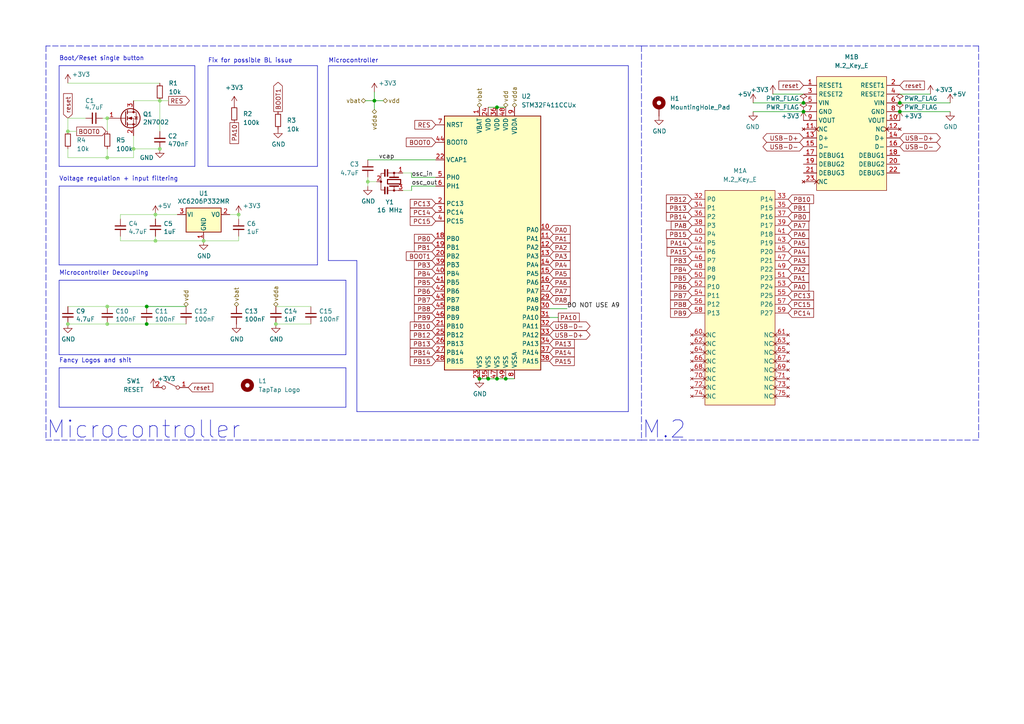
<source format=kicad_sch>
(kicad_sch (version 20211123) (generator eeschema)
  (paper "A4")
  (lib_symbols
    (symbol "Device:C_Small" (pin_numbers hide) (pin_names (offset 0.254) hide)
      (property "Reference" "C" (at 0.254 1.778 0))
      (property "Value" "C_Small" (at 0.254 -2.032 0))
      (symbol "C_Small_0_1"
        (polyline (pts (xy -1.524 -0.508) (xy 1.524 -0.508)) (stroke (width 0.3302)))
        (polyline (pts (xy -1.524 0.508) (xy 1.524 0.508)) (stroke (width 0.3048)))
      )
      (symbol "C_Small_1_1"
        (pin passive line (at 0 2.54 270) (length 2.032) (name "~") (number "1"))
        (pin passive line (at 0 -2.54 90) (length 2.032) (name "~") (number "2"))
      )
    )
    (symbol "Device:R_Small" (pin_numbers hide) (pin_names (offset 0.254) hide)
      (property "Reference" "R" (at 0.762 0.508 0))
      (property "Value" "R_Small" (at 0.762 -1.016 0))
      (symbol "R_Small_0_1"
        (rectangle (start -0.762 1.778) (end 0.762 -1.778) (stroke (width 0.2032)))
      )
      (symbol "R_Small_1_1"
        (pin passive line (at 0 2.54 270) (length 0.762) (name "~") (number "1"))
        (pin passive line (at 0 -2.54 90) (length 0.762) (name "~") (number "2"))
      )
    )
    (symbol "Device:Resonator_Small" (pin_names (offset 1.016) hide)
      (property "Reference" "Y" (at 3.175 1.905 0))
      (property "Value" "Resonator_Small" (at 3.175 0 0))
      (symbol "Resonator_Small_0_1"
        (rectangle (start -3.556 -2.54) (end -1.524 -2.794) (fill (type outline)))
        (rectangle (start -3.556 -1.778) (end -1.524 -2.032) (fill (type outline)))
        (circle (center -2.54 0) (radius 0.254) (fill (type outline)))
        (rectangle (start -0.635 1.905) (end 0.635 -1.905) (stroke (width 0.3048)))
        (circle (center 0 -3.81) (radius 0.254) (fill (type outline)))
        (polyline (pts (xy -2.54 -1.778) (xy -2.54 0)))
        (polyline (pts (xy -2.54 0) (xy -1.397 0)))
        (polyline (pts (xy -2.54 1.27) (xy -2.54 0)))
        (polyline (pts (xy -1.27 -1.27) (xy -1.27 1.27)) (stroke (width 0.381)))
        (polyline (pts (xy 1.27 -1.27) (xy 1.27 1.27)) (stroke (width 0.381)))
        (polyline (pts (xy 1.27 0) (xy 2.54 0)))
        (polyline (pts (xy 2.54 0) (xy 2.54 -1.778)))
        (polyline (pts (xy 2.54 1.27) (xy 2.54 0)))
        (polyline (pts (xy 2.413 -2.794) (xy 2.413 -3.81) (xy -2.413 -3.81) (xy -2.413 -2.667)))
        (rectangle (start 1.524 -2.54) (end 3.556 -2.794) (fill (type outline)))
        (rectangle (start 1.524 -1.778) (end 3.556 -2.032) (fill (type outline)))
        (circle (center 2.54 0) (radius 0.254) (fill (type outline)))
      )
      (symbol "Resonator_Small_1_1"
        (pin passive line (at -2.54 2.54 270) (length 1.27) (name "1") (number "1"))
        (pin passive line (at 0 -5.08 90) (length 1.27) (name "2") (number "2"))
        (pin passive line (at 2.54 2.54 270) (length 1.27) (name "3") (number "3"))
      )
    )
    (symbol "M.2_Key_E_1"
      (property "Reference" "M?" (at 0 5.08 0))
      (property "Value" "M.2_Key_E_1" (at 0 2.54 0))
      (symbol "M.2_Key_E_1_1_1"
        (rectangle (start -10.16 0) (end 10.16 -62.23) (stroke (width 0.1524)) (fill (type background)))
        (pin bidirectional line (at -13.97 -2.54 0) (length 3.81) (name "P0") (number "32"))
        (pin bidirectional line (at 13.97 -2.54 180) (length 3.81) (name "P14") (number "33"))
        (pin bidirectional line (at -13.97 -5.08 0) (length 3.81) (name "P1") (number "34"))
        (pin bidirectional line (at 13.97 -5.08 180) (length 3.81) (name "P15") (number "35"))
        (pin bidirectional line (at -13.97 -7.62 0) (length 3.81) (name "P2") (number "36"))
        (pin bidirectional line (at 13.97 -7.62 180) (length 3.81) (name "P16") (number "37"))
        (pin bidirectional line (at -13.97 -10.16 0) (length 3.81) (name "P3") (number "38"))
        (pin bidirectional line (at 13.97 -10.16 180) (length 3.81) (name "P17") (number "39"))
        (pin bidirectional line (at -13.97 -12.7 0) (length 3.81) (name "P4") (number "40"))
        (pin bidirectional line (at 13.97 -12.7 180) (length 3.81) (name "P18") (number "41"))
        (pin bidirectional line (at -13.97 -15.24 0) (length 3.81) (name "P5") (number "42"))
        (pin bidirectional line (at 13.97 -15.24 180) (length 3.81) (name "P19") (number "43"))
        (pin bidirectional line (at -13.97 -17.78 0) (length 3.81) (name "P6") (number "44"))
        (pin bidirectional line (at 13.97 -17.78 180) (length 3.81) (name "P20") (number "45"))
        (pin bidirectional line (at -13.97 -20.32 0) (length 3.81) (name "P7") (number "46"))
        (pin bidirectional line (at 13.97 -20.32 180) (length 3.81) (name "P21") (number "47"))
        (pin bidirectional line (at -13.97 -22.86 0) (length 3.81) (name "P8") (number "48"))
        (pin bidirectional line (at 13.97 -22.86 180) (length 3.81) (name "P22") (number "49"))
        (pin bidirectional line (at -13.97 -25.4 0) (length 3.81) (name "P9") (number "50"))
        (pin bidirectional line (at 13.97 -25.4 180) (length 3.81) (name "P23") (number "51"))
        (pin bidirectional line (at -13.97 -27.94 0) (length 3.81) (name "P10") (number "52"))
        (pin bidirectional line (at 13.97 -27.94 180) (length 3.81) (name "P24") (number "53"))
        (pin bidirectional line (at -13.97 -30.48 0) (length 3.81) (name "P11") (number "54"))
        (pin bidirectional line (at 13.97 -30.48 180) (length 3.81) (name "P25") (number "55"))
        (pin bidirectional line (at -13.97 -33.02 0) (length 3.81) (name "P12") (number "56"))
        (pin bidirectional line (at 13.97 -33.02 180) (length 3.81) (name "P26") (number "57"))
        (pin bidirectional line (at -13.97 -35.56 0) (length 3.81) (name "P13") (number "58"))
        (pin bidirectional line (at 13.97 -35.56 180) (length 3.81) (name "P27") (number "59"))
        (pin no_connect non_logic (at -13.97 -41.91 0) (length 3.81) (name "NC") (number "60"))
        (pin no_connect non_logic (at 13.97 -41.91 180) (length 3.81) (name "NC") (number "61"))
        (pin no_connect non_logic (at -13.97 -44.45 0) (length 3.81) (name "NC") (number "62"))
        (pin no_connect non_logic (at 13.97 -44.45 180) (length 3.81) (name "NC") (number "63"))
        (pin no_connect non_logic (at -13.97 -46.99 0) (length 3.81) (name "NC") (number "64"))
        (pin no_connect non_logic (at 13.97 -46.99 180) (length 3.81) (name "NC") (number "65"))
        (pin no_connect non_logic (at -13.97 -49.53 0) (length 3.81) (name "NC") (number "66"))
        (pin no_connect non_logic (at 13.97 -49.53 180) (length 3.81) (name "NC") (number "67"))
        (pin no_connect non_logic (at -13.97 -52.07 0) (length 3.81) (name "NC") (number "68"))
        (pin no_connect non_logic (at 13.97 -52.07 180) (length 3.81) (name "NC") (number "69"))
        (pin no_connect non_logic (at -13.97 -54.61 0) (length 3.81) (name "NC") (number "70"))
        (pin no_connect non_logic (at 13.97 -54.61 180) (length 3.81) (name "NC") (number "71"))
        (pin no_connect non_logic (at -13.97 -57.15 0) (length 3.81) (name "NC") (number "72"))
        (pin no_connect non_logic (at 13.97 -57.15 180) (length 3.81) (name "NC") (number "73"))
        (pin no_connect non_logic (at -13.97 -59.69 0) (length 3.81) (name "NC") (number "74"))
        (pin no_connect non_logic (at 13.97 -59.69 180) (length 3.81) (name "NC") (number "75"))
      )
      (symbol "M.2_Key_E_1_2_1"
        (rectangle (start -10.16 0) (end 10.16 -33.02) (stroke (width 0.1524)) (fill (type background)))
        (pin input line (at -13.97 -2.54 0) (length 3.81) (name "RESET1") (number "1"))
        (pin power_out line (at 13.97 -12.7 180) (length 3.81) (name "VOUT") (number "10"))
        (pin no_connect non_logic (at -13.97 -15.24 0) (length 3.81) (name "NC") (number "11"))
        (pin no_connect non_logic (at 13.97 -15.24 180) (length 3.81) (name "NC") (number "12"))
        (pin bidirectional line (at -13.97 -17.78 0) (length 3.81) (name "D+") (number "13"))
        (pin bidirectional line (at 13.97 -17.78 180) (length 3.81) (name "D+") (number "14"))
        (pin bidirectional line (at -13.97 -20.32 0) (length 3.81) (name "D-") (number "15"))
        (pin bidirectional line (at 13.97 -20.32 180) (length 3.81) (name "D-") (number "16"))
        (pin bidirectional line (at -13.97 -22.86 0) (length 3.81) (name "DEBUG1") (number "17"))
        (pin bidirectional line (at 13.97 -22.86 180) (length 3.81) (name "DEBUG1") (number "18"))
        (pin bidirectional line (at -13.97 -25.4 0) (length 3.81) (name "DEBUG2") (number "19"))
        (pin input line (at 13.97 -2.54 180) (length 3.81) (name "RESET1") (number "2"))
        (pin bidirectional line (at 13.97 -25.4 180) (length 3.81) (name "DEBUG2") (number "20"))
        (pin bidirectional line (at -13.97 -27.94 0) (length 3.81) (name "DEBUG3") (number "21"))
        (pin bidirectional line (at 13.97 -27.94 180) (length 3.81) (name "DEBUG3") (number "22"))
        (pin no_connect non_logic (at -13.97 -30.48 0) (length 3.81) (name "NC") (number "23"))
        (pin no_connect non_logic (at 13.97 -30.48 180) (length 3.81) (name "NC") (number "24"))
        (pin output line (at -13.97 -5.08 0) (length 3.81) (name "RESET2") (number "3"))
        (pin output line (at 13.97 -5.08 180) (length 3.81) (name "RESET2") (number "4"))
        (pin power_in line (at -13.97 -7.62 0) (length 3.81) (name "VIN") (number "5"))
        (pin power_in line (at 13.97 -7.62 180) (length 3.81) (name "VIN") (number "6"))
        (pin power_in line (at -13.97 -10.16 0) (length 3.81) (name "GND") (number "7"))
        (pin power_in line (at 13.97 -10.16 180) (length 3.81) (name "GND") (number "8"))
        (pin power_out line (at -13.97 -12.7 0) (length 3.81) (name "VOUT") (number "9"))
      )
    )
    (symbol "MCU_ST_STM32F4:STM32F411CCUx"
      (property "Reference" "U" (at -15.24 36.83 0))
      (property "Value" "STM32F411CCUx" (at 7.62 36.83 0))
      (symbol "STM32F411CCUx_0_1"
        (rectangle (start -15.24 -38.1) (end 12.7 35.56) (stroke (width 0.254)) (fill (type background)))
      )
      (symbol "STM32F411CCUx_1_1"
        (pin power_in line (at -5.08 38.1 270) (length 2.54) (name "VBAT") (number "1"))
        (pin bidirectional line (at 15.24 2.54 180) (length 2.54) (name "PA0") (number "10"))
        (pin bidirectional line (at 15.24 0 180) (length 2.54) (name "PA1") (number "11"))
        (pin bidirectional line (at 15.24 -2.54 180) (length 2.54) (name "PA2") (number "12"))
        (pin bidirectional line (at 15.24 -5.08 180) (length 2.54) (name "PA3") (number "13"))
        (pin bidirectional line (at 15.24 -7.62 180) (length 2.54) (name "PA4") (number "14"))
        (pin bidirectional line (at 15.24 -10.16 180) (length 2.54) (name "PA5") (number "15"))
        (pin bidirectional line (at 15.24 -12.7 180) (length 2.54) (name "PA6") (number "16"))
        (pin bidirectional line (at 15.24 -15.24 180) (length 2.54) (name "PA7") (number "17"))
        (pin bidirectional line (at -17.78 0 0) (length 2.54) (name "PB0") (number "18"))
        (pin bidirectional line (at -17.78 -2.54 0) (length 2.54) (name "PB1") (number "19"))
        (pin bidirectional line (at -17.78 10.16 0) (length 2.54) (name "PC13") (number "2"))
        (pin bidirectional line (at -17.78 -5.08 0) (length 2.54) (name "PB2") (number "20"))
        (pin bidirectional line (at -17.78 -25.4 0) (length 2.54) (name "PB10") (number "21"))
        (pin power_in line (at -17.78 22.86 0) (length 2.54) (name "VCAP1") (number "22"))
        (pin power_in line (at -5.08 -40.64 90) (length 2.54) (name "VSS") (number "23"))
        (pin power_in line (at -2.54 38.1 270) (length 2.54) (name "VDD") (number "24"))
        (pin bidirectional line (at -17.78 -27.94 0) (length 2.54) (name "PB12") (number "25"))
        (pin bidirectional line (at -17.78 -30.48 0) (length 2.54) (name "PB13") (number "26"))
        (pin bidirectional line (at -17.78 -33.02 0) (length 2.54) (name "PB14") (number "27"))
        (pin bidirectional line (at -17.78 -35.56 0) (length 2.54) (name "PB15") (number "28"))
        (pin bidirectional line (at 15.24 -17.78 180) (length 2.54) (name "PA8") (number "29"))
        (pin bidirectional line (at -17.78 7.62 0) (length 2.54) (name "PC14") (number "3"))
        (pin bidirectional line (at 15.24 -20.32 180) (length 2.54) (name "PA9") (number "30"))
        (pin bidirectional line (at 15.24 -22.86 180) (length 2.54) (name "PA10") (number "31"))
        (pin bidirectional line (at 15.24 -25.4 180) (length 2.54) (name "PA11") (number "32"))
        (pin bidirectional line (at 15.24 -27.94 180) (length 2.54) (name "PA12") (number "33"))
        (pin bidirectional line (at 15.24 -30.48 180) (length 2.54) (name "PA13") (number "34"))
        (pin power_in line (at -2.54 -40.64 90) (length 2.54) (name "VSS") (number "35"))
        (pin power_in line (at 0 38.1 270) (length 2.54) (name "VDD") (number "36"))
        (pin bidirectional line (at 15.24 -33.02 180) (length 2.54) (name "PA14") (number "37"))
        (pin bidirectional line (at 15.24 -35.56 180) (length 2.54) (name "PA15") (number "38"))
        (pin bidirectional line (at -17.78 -7.62 0) (length 2.54) (name "PB3") (number "39"))
        (pin bidirectional line (at -17.78 5.08 0) (length 2.54) (name "PC15") (number "4"))
        (pin bidirectional line (at -17.78 -10.16 0) (length 2.54) (name "PB4") (number "40"))
        (pin bidirectional line (at -17.78 -12.7 0) (length 2.54) (name "PB5") (number "41"))
        (pin bidirectional line (at -17.78 -15.24 0) (length 2.54) (name "PB6") (number "42"))
        (pin bidirectional line (at -17.78 -17.78 0) (length 2.54) (name "PB7") (number "43"))
        (pin input line (at -17.78 27.94 0) (length 2.54) (name "BOOT0") (number "44"))
        (pin bidirectional line (at -17.78 -20.32 0) (length 2.54) (name "PB8") (number "45"))
        (pin bidirectional line (at -17.78 -22.86 0) (length 2.54) (name "PB9") (number "46"))
        (pin power_in line (at 0 -40.64 90) (length 2.54) (name "VSS") (number "47"))
        (pin power_in line (at 2.54 38.1 270) (length 2.54) (name "VDD") (number "48"))
        (pin power_in line (at 2.54 -40.64 90) (length 2.54) (name "VSS") (number "49"))
        (pin input line (at -17.78 17.78 0) (length 2.54) (name "PH0") (number "5"))
        (pin input line (at -17.78 15.24 0) (length 2.54) (name "PH1") (number "6"))
        (pin input line (at -17.78 33.02 0) (length 2.54) (name "NRST") (number "7"))
        (pin power_in line (at 5.08 -40.64 90) (length 2.54) (name "VSSA") (number "8"))
        (pin power_in line (at 5.08 38.1 270) (length 2.54) (name "VDDA") (number "9"))
      )
    )
    (symbol "Mechanical:MountingHole" (pin_names (offset 1.016))
      (property "Reference" "H" (at 0 5.08 0))
      (property "Value" "MountingHole" (at 0 3.175 0))
      (symbol "MountingHole_0_1"
        (circle (center 0 0) (radius 1.27) (stroke (width 1.27)))
      )
    )
    (symbol "Mechanical:MountingHole_Pad" (pin_numbers hide) (pin_names (offset 1.016) hide)
      (property "Reference" "H" (at 0 6.35 0))
      (property "Value" "MountingHole_Pad" (at 0 4.445 0))
      (symbol "MountingHole_Pad_0_1"
        (circle (center 0 1.27) (radius 1.27) (stroke (width 1.27)))
      )
      (symbol "MountingHole_Pad_1_1"
        (pin input line (at 0 -2.54 90) (length 2.54) (name "1") (number "1"))
      )
    )
    (symbol "Power:GND" (power) (pin_names (offset 0))
      (property "Value" "GND" (at 0 -3.81 0))
      (symbol "GND_0_1"
        (polyline (pts (xy 0 0) (xy 0 -1.27) (xy 1.27 -1.27) (xy 0 -2.54) (xy -1.27 -1.27) (xy 0 -1.27)))
      )
      (symbol "GND_1_1"
        (pin power_in line (at 0 0 270) (length 0) hide (name "GND") (number "1"))
      )
    )
    (symbol "Regulator_Linear:XC6206PxxxMR" (pin_names (offset 0.254))
      (property "Reference" "U" (at -3.81 3.175 0))
      (property "Value" "XC6206PxxxMR" (at 0 3.175 0))
      (symbol "XC6206PxxxMR_0_1"
        (rectangle (start -5.08 1.905) (end 5.08 -5.08) (stroke (width 0.254)) (fill (type background)))
      )
      (symbol "XC6206PxxxMR_1_1"
        (pin power_in line (at 0 -7.62 90) (length 2.54) (name "GND") (number "1"))
        (pin power_out line (at 7.62 0 180) (length 2.54) (name "VO") (number "2"))
        (pin power_in line (at -7.62 0 0) (length 2.54) (name "VI") (number "3"))
      )
    )
    (symbol "Switch:SW_SPST" (pin_names (offset 0) hide)
      (property "Reference" "SW" (at 0 3.175 0))
      (property "Value" "SW_SPST" (at 0 -2.54 0))
      (symbol "SW_SPST_0_0"
        (circle (center -2.032 0) (radius 0.508))
        (polyline (pts (xy -1.524 0.254) (xy 1.524 1.778)))
        (circle (center 2.032 0) (radius 0.508))
      )
      (symbol "SW_SPST_1_1"
        (pin passive line (at -5.08 0 0) (length 2.54) (name "A") (number "1"))
        (pin passive line (at 5.08 0 180) (length 2.54) (name "B") (number "2"))
      )
    )
    (symbol "Transistor_FET:2N7002" (pin_names hide)
      (property "Reference" "Q" (at 5.08 1.905 0))
      (property "Value" "2N7002" (at 5.08 0 0))
      (symbol "2N7002_0_1"
        (polyline (pts (xy 0.254 0) (xy -2.54 0)))
        (polyline (pts (xy 0.254 1.905) (xy 0.254 -1.905)) (stroke (width 0.254)))
        (polyline (pts (xy 0.762 -1.27) (xy 0.762 -2.286)) (stroke (width 0.254)))
        (polyline (pts (xy 0.762 0.508) (xy 0.762 -0.508)) (stroke (width 0.254)))
        (polyline (pts (xy 0.762 2.286) (xy 0.762 1.27)) (stroke (width 0.254)))
        (polyline (pts (xy 2.54 2.54) (xy 2.54 1.778)))
        (polyline (pts (xy 2.54 -2.54) (xy 2.54 0) (xy 0.762 0)))
        (polyline (pts (xy 0.762 -1.778) (xy 3.302 -1.778) (xy 3.302 1.778) (xy 0.762 1.778)))
        (polyline (pts (xy 1.016 0) (xy 2.032 0.381) (xy 2.032 -0.381) (xy 1.016 0)) (fill (type outline)))
        (polyline (pts (xy 2.794 0.508) (xy 2.921 0.381) (xy 3.683 0.381) (xy 3.81 0.254)))
        (polyline (pts (xy 3.302 0.381) (xy 2.921 -0.254) (xy 3.683 -0.254) (xy 3.302 0.381)))
        (circle (center 1.651 0) (radius 2.794) (stroke (width 0.254)))
        (circle (center 2.54 -1.778) (radius 0.254) (fill (type outline)))
        (circle (center 2.54 1.778) (radius 0.254) (fill (type outline)))
      )
      (symbol "2N7002_1_1"
        (pin input line (at -5.08 0 0) (length 2.54) (name "G") (number "1"))
        (pin passive line (at 2.54 -5.08 90) (length 2.54) (name "S") (number "2"))
        (pin passive line (at 2.54 5.08 270) (length 2.54) (name "D") (number "3"))
      )
    )
    (symbol "m2ngff:M.2_Key_E"
      (property "Reference" "M?" (at 0 5.08 0))
      (property "Value" "M.2_Key_E" (at 0 2.54 0))
      (symbol "M.2_Key_E_1_1"
        (rectangle (start -10.16 0) (end 10.16 -62.23) (stroke (width 0.1524)) (fill (type background)))
        (pin bidirectional line (at -13.97 -2.54 0) (length 3.81) (name "P0") (number "32"))
        (pin bidirectional line (at 13.97 -2.54 180) (length 3.81) (name "P14") (number "33"))
        (pin bidirectional line (at -13.97 -5.08 0) (length 3.81) (name "P1") (number "34"))
        (pin bidirectional line (at 13.97 -5.08 180) (length 3.81) (name "P15") (number "35"))
        (pin bidirectional line (at -13.97 -7.62 0) (length 3.81) (name "P2") (number "36"))
        (pin bidirectional line (at 13.97 -7.62 180) (length 3.81) (name "P16") (number "37"))
        (pin bidirectional line (at -13.97 -10.16 0) (length 3.81) (name "P3") (number "38"))
        (pin bidirectional line (at 13.97 -10.16 180) (length 3.81) (name "P17") (number "39"))
        (pin bidirectional line (at -13.97 -12.7 0) (length 3.81) (name "P4") (number "40"))
        (pin bidirectional line (at 13.97 -12.7 180) (length 3.81) (name "P18") (number "41"))
        (pin bidirectional line (at -13.97 -15.24 0) (length 3.81) (name "P5") (number "42"))
        (pin bidirectional line (at 13.97 -15.24 180) (length 3.81) (name "P19") (number "43"))
        (pin bidirectional line (at -13.97 -17.78 0) (length 3.81) (name "P6") (number "44"))
        (pin bidirectional line (at 13.97 -17.78 180) (length 3.81) (name "P20") (number "45"))
        (pin bidirectional line (at -13.97 -20.32 0) (length 3.81) (name "P7") (number "46"))
        (pin bidirectional line (at 13.97 -20.32 180) (length 3.81) (name "P21") (number "47"))
        (pin bidirectional line (at -13.97 -22.86 0) (length 3.81) (name "P8") (number "48"))
        (pin bidirectional line (at 13.97 -22.86 180) (length 3.81) (name "P22") (number "49"))
        (pin bidirectional line (at -13.97 -25.4 0) (length 3.81) (name "P9") (number "50"))
        (pin bidirectional line (at 13.97 -25.4 180) (length 3.81) (name "P23") (number "51"))
        (pin bidirectional line (at -13.97 -27.94 0) (length 3.81) (name "P10") (number "52"))
        (pin bidirectional line (at 13.97 -27.94 180) (length 3.81) (name "P24") (number "53"))
        (pin bidirectional line (at -13.97 -30.48 0) (length 3.81) (name "P11") (number "54"))
        (pin bidirectional line (at 13.97 -30.48 180) (length 3.81) (name "P25") (number "55"))
        (pin bidirectional line (at -13.97 -33.02 0) (length 3.81) (name "P12") (number "56"))
        (pin bidirectional line (at 13.97 -33.02 180) (length 3.81) (name "P26") (number "57"))
        (pin bidirectional line (at -13.97 -35.56 0) (length 3.81) (name "P13") (number "58"))
        (pin bidirectional line (at 13.97 -35.56 180) (length 3.81) (name "P27") (number "59"))
        (pin no_connect non_logic (at -13.97 -41.91 0) (length 3.81) (name "NC") (number "60"))
        (pin no_connect non_logic (at 13.97 -41.91 180) (length 3.81) (name "NC") (number "61"))
        (pin no_connect non_logic (at -13.97 -44.45 0) (length 3.81) (name "NC") (number "62"))
        (pin no_connect non_logic (at 13.97 -44.45 180) (length 3.81) (name "NC") (number "63"))
        (pin no_connect non_logic (at -13.97 -46.99 0) (length 3.81) (name "NC") (number "64"))
        (pin no_connect non_logic (at 13.97 -46.99 180) (length 3.81) (name "NC") (number "65"))
        (pin no_connect non_logic (at -13.97 -49.53 0) (length 3.81) (name "NC") (number "66"))
        (pin no_connect non_logic (at 13.97 -49.53 180) (length 3.81) (name "NC") (number "67"))
        (pin no_connect non_logic (at -13.97 -52.07 0) (length 3.81) (name "NC") (number "68"))
        (pin no_connect non_logic (at 13.97 -52.07 180) (length 3.81) (name "NC") (number "69"))
        (pin no_connect non_logic (at -13.97 -54.61 0) (length 3.81) (name "NC") (number "70"))
        (pin no_connect non_logic (at 13.97 -54.61 180) (length 3.81) (name "NC") (number "71"))
        (pin no_connect non_logic (at -13.97 -57.15 0) (length 3.81) (name "NC") (number "72"))
        (pin no_connect non_logic (at 13.97 -57.15 180) (length 3.81) (name "NC") (number "73"))
        (pin no_connect non_logic (at -13.97 -59.69 0) (length 3.81) (name "NC") (number "74"))
        (pin no_connect non_logic (at 13.97 -59.69 180) (length 3.81) (name "NC") (number "75"))
      )
      (symbol "M.2_Key_E_2_1"
        (rectangle (start -10.16 0) (end 10.16 -33.02) (stroke (width 0.1524)) (fill (type background)))
        (pin input line (at -13.97 -2.54 0) (length 3.81) (name "RESET1") (number "1"))
        (pin power_out line (at 13.97 -12.7 180) (length 3.81) (name "VOUT") (number "10"))
        (pin no_connect non_logic (at -13.97 -15.24 0) (length 3.81) (name "NC") (number "11"))
        (pin no_connect non_logic (at 13.97 -15.24 180) (length 3.81) (name "NC") (number "12"))
        (pin bidirectional line (at -13.97 -17.78 0) (length 3.81) (name "D+") (number "13"))
        (pin bidirectional line (at 13.97 -17.78 180) (length 3.81) (name "D+") (number "14"))
        (pin bidirectional line (at -13.97 -20.32 0) (length 3.81) (name "D-") (number "15"))
        (pin bidirectional line (at 13.97 -20.32 180) (length 3.81) (name "D-") (number "16"))
        (pin bidirectional line (at -13.97 -22.86 0) (length 3.81) (name "DEBUG1") (number "17"))
        (pin bidirectional line (at 13.97 -22.86 180) (length 3.81) (name "DEBUG1") (number "18"))
        (pin bidirectional line (at -13.97 -25.4 0) (length 3.81) (name "DEBUG2") (number "19"))
        (pin input line (at 13.97 -2.54 180) (length 3.81) (name "RESET1") (number "2"))
        (pin bidirectional line (at 13.97 -25.4 180) (length 3.81) (name "DEBUG2") (number "20"))
        (pin bidirectional line (at -13.97 -27.94 0) (length 3.81) (name "DEBUG3") (number "21"))
        (pin bidirectional line (at 13.97 -27.94 180) (length 3.81) (name "DEBUG3") (number "22"))
        (pin no_connect non_logic (at -13.97 -30.48 0) (length 3.81) (name "NC") (number "23"))
        (pin output line (at -13.97 -5.08 0) (length 3.81) (name "RESET2") (number "3"))
        (pin output line (at 13.97 -5.08 180) (length 3.81) (name "RESET2") (number "4"))
        (pin power_in line (at -13.97 -7.62 0) (length 3.81) (name "VIN") (number "5"))
        (pin power_in line (at 13.97 -7.62 180) (length 3.81) (name "VIN") (number "6"))
        (pin power_in line (at -13.97 -10.16 0) (length 3.81) (name "GND") (number "7"))
        (pin power_in line (at 13.97 -10.16 180) (length 3.81) (name "GND") (number "8"))
        (pin power_out line (at -13.97 -12.7 0) (length 3.81) (name "VOUT") (number "9"))
      )
    )
    (symbol "power:+3.3V" (power) (pin_names (offset 0))
      (property "Value" "+3.3V" (at 0 3.556 0))
      (symbol "+3.3V_0_1"
        (polyline (pts (xy -0.762 1.27) (xy 0 2.54)))
        (polyline (pts (xy 0 0) (xy 0 2.54)))
        (polyline (pts (xy 0 2.54) (xy 0.762 1.27)))
      )
      (symbol "+3.3V_1_1"
        (pin power_in line (at 0 0 90) (length 0) hide (name "+3V3") (number "1"))
      )
    )
    (symbol "power:+5V" (power) (pin_names (offset 0))
      (property "Value" "+5V" (at 0 3.556 0))
      (symbol "+5V_0_1"
        (polyline (pts (xy -0.762 1.27) (xy 0 2.54)))
        (polyline (pts (xy 0 0) (xy 0 2.54)))
        (polyline (pts (xy 0 2.54) (xy 0.762 1.27)))
      )
      (symbol "+5V_1_1"
        (pin power_in line (at 0 0 90) (length 0) hide (name "+5V") (number "1"))
      )
    )
    (symbol "power:GND" (power) (pin_names (offset 0))
      (property "Value" "GND" (at 0 -3.81 0))
      (symbol "GND_0_1"
        (polyline (pts (xy 0 0) (xy 0 -1.27) (xy 1.27 -1.27) (xy 0 -2.54) (xy -1.27 -1.27) (xy 0 -1.27)))
      )
      (symbol "GND_1_1"
        (pin power_in line (at 0 0 270) (length 0) hide (name "GND") (number "1"))
      )
    )
    (symbol "power:PWR_FLAG" (power) (pin_numbers hide) (pin_names (offset 0) hide)
      (property "Value" "PWR_FLAG" (at 0 3.81 0))
      (symbol "PWR_FLAG_0_0"
        (pin power_out line (at 0 0 90) (length 0) (name "pwr") (number "1"))
      )
      (symbol "PWR_FLAG_0_1"
        (polyline (pts (xy 0 0) (xy 0 1.27) (xy -1.016 1.905) (xy 0 2.54) (xy 1.016 1.905) (xy 0 1.27)))
      )
    )
  )
  (junction (at 139.065 109.855))
  (junction (at 144.145 109.855))
  (junction (at 38.735 43.18) (diameter 0.9144) (color 141 210 114 1))
  (junction (at 19.685 93.98) (diameter 0.9144) (color 141 210 114 1))
  (junction (at 106.68 52.705) (color 141 210 114 1))
  (junction (at 69.215 62.23) (diameter 0.9144) (color 141 210 114 1))
  (junction (at 260.985 29.845))
  (junction (at 46.355 43.18) (diameter 0.9144) (color 141 210 114 1))
  (junction (at 42.545 93.98))
  (junction (at 45.085 62.23) (diameter 0.9144) (color 141 210 114 1))
  (junction (at 31.115 45.72) (diameter 0.9144) (color 141 210 114 1))
  (junction (at 46.355 29.21) (diameter 0.9144) (color 141 210 114 1))
  (junction (at 59.055 69.85) (diameter 0.9144) (color 141 210 114 1))
  (junction (at 233.045 32.385))
  (junction (at 141.605 109.855))
  (junction (at 31.115 34.29) (diameter 0.9144) (color 141 210 114 1))
  (junction (at 144.145 31.115))
  (junction (at 80.01 93.98) (diameter 0.9144) (color 141 210 114 1))
  (junction (at 233.045 29.845))
  (junction (at 260.985 32.385))
  (junction (at 146.685 109.855))
  (junction (at 19.685 38.1) (diameter 0.9144) (color 141 210 114 1))
  (junction (at 108.585 29.21))
  (junction (at 31.115 88.9) (diameter 0.9144) (color 141 210 114 1))
  (junction (at 31.115 93.98) (diameter 0.9144) (color 141 210 114 1))
  (junction (at 42.545 88.9))
  (junction (at 45.085 69.85) (diameter 0.9144) (color 141 210 114 1))
  (wire (pts (xy 224.155 27.305) (xy 233.045 27.305)))
  (polyline (pts (xy 100.33 81.28) (xy 17.145 81.28)) (stroke (width 0) (type solid)))
  (polyline (pts (xy 17.145 81.28) (xy 17.145 102.87)) (stroke (width 0) (type solid)))
  (wire (pts (xy 45.085 63.5) (xy 45.085 62.23)) (stroke (width 0) (color 141 210 114 1)))
  (wire (pts (xy 19.685 45.72) (xy 31.115 45.72)) (stroke (width 0) (color 141 210 114 1)))
  (wire (pts (xy 34.925 69.85) (xy 45.085 69.85)) (stroke (width 0) (color 141 210 114 1)))
  (polyline (pts (xy 17.145 118.11) (xy 100.33 118.11)) (stroke (width 0) (type solid)))
  (wire (pts (xy 38.735 29.21) (xy 46.355 29.21)) (stroke (width 0) (color 141 210 114 1)))
  (polyline (pts (xy 182.245 119.38) (xy 182.245 19.05)) (stroke (width 0) (type solid)))
  (wire (pts (xy 90.17 93.98) (xy 80.01 93.98)) (stroke (width 0) (color 141 210 114 1)))
  (wire (pts (xy 34.925 63.5) (xy 34.925 62.23)) (stroke (width 0) (color 141 210 114 1)))
  (wire (pts (xy 106.045 29.21) (xy 108.585 29.21)))
  (polyline (pts (xy 60.325 19.05) (xy 60.325 48.26)) (stroke (width 0) (type solid)))
  (wire (pts (xy 146.685 109.855) (xy 149.225 109.855)))
  (wire (pts (xy 46.355 38.1) (xy 46.355 29.21)) (stroke (width 0) (color 141 210 114 1)))
  (wire (pts (xy 31.115 45.72) (xy 31.115 43.18)) (stroke (width 0) (color 141 210 114 1)))
  (polyline (pts (xy 103.505 75.565) (xy 103.505 119.38)) (stroke (width 0) (type solid)))
  (wire (pts (xy 269.875 27.305) (xy 260.985 27.305)))
  (polyline (pts (xy 17.145 102.87) (xy 100.33 102.87)) (stroke (width 0) (type solid)))
  (polyline (pts (xy 92.075 19.05) (xy 92.075 48.26)) (stroke (width 0) (type solid)))
  (wire (pts (xy 141.605 31.115) (xy 144.145 31.115)))
  (polyline (pts (xy 95.25 19.05) (xy 95.25 75.565)) (stroke (width 0) (type solid)))
  (wire (pts (xy 108.585 29.21) (xy 108.585 26.67)))
  (polyline (pts (xy 283.845 13.335) (xy 283.845 127.635)))
  (wire (pts (xy 144.145 31.115) (xy 146.685 31.115)))
  (wire (pts (xy 19.685 38.1) (xy 19.685 34.29)) (stroke (width 0) (color 141 210 114 1)))
  (polyline (pts (xy 17.145 19.05) (xy 56.515 19.05)) (stroke (width 0) (type solid)))
  (wire (pts (xy 108.585 29.21) (xy 108.585 31.75)))
  (wire (pts (xy 106.68 53.975) (xy 106.68 52.705)) (stroke (width 0) (color 141 210 114 1)))
  (wire (pts (xy 106.68 46.355) (xy 126.365 46.355)))
  (polyline (pts (xy 95.25 19.05) (xy 182.245 19.05)) (stroke (width 0) (type solid)))
  (wire (pts (xy 144.145 109.855) (xy 146.685 109.855)))
  (wire (pts (xy 218.44 32.385) (xy 233.045 32.385)))
  (wire (pts (xy 126.365 53.975) (xy 119.38 53.975)))
  (wire (pts (xy 69.215 63.5) (xy 69.215 62.23)) (stroke (width 0) (color 141 210 114 1)))
  (wire (pts (xy 48.895 29.21) (xy 46.355 29.21)) (stroke (width 0) (color 141 210 114 1)))
  (wire (pts (xy 141.605 109.855) (xy 144.145 109.855)))
  (wire (pts (xy 275.59 29.845) (xy 260.985 29.845)))
  (polyline (pts (xy 17.145 76.835) (xy 92.075 76.835)) (stroke (width 0) (type solid)))
  (wire (pts (xy 139.065 109.855) (xy 141.605 109.855)))
  (wire (pts (xy 45.085 62.23) (xy 51.435 62.23)) (stroke (width 0) (color 141 210 114 1)))
  (polyline (pts (xy 56.515 19.05) (xy 56.515 48.26)) (stroke (width 0) (type solid)))
  (wire (pts (xy 90.17 88.9) (xy 80.01 88.9)) (stroke (width 0) (color 141 210 114 1)))
  (wire (pts (xy 19.685 24.13) (xy 46.355 24.13)) (stroke (width 0) (color 141 210 114 1)))
  (wire (pts (xy 218.44 29.845) (xy 233.045 29.845)))
  (wire (pts (xy 275.59 32.385) (xy 260.985 32.385)))
  (wire (pts (xy 42.545 93.98) (xy 53.975 93.98)) (stroke (width 0) (color 141 210 114 1)))
  (wire (pts (xy 119.38 53.975) (xy 119.38 55.245)))
  (wire (pts (xy 45.085 69.85) (xy 59.055 69.85)) (stroke (width 0) (color 141 210 114 1)))
  (polyline (pts (xy 186.055 127.635) (xy 283.845 127.635)))
  (wire (pts (xy 19.685 34.29) (xy 24.765 34.29)) (stroke (width 0) (color 141 210 114 1)))
  (polyline (pts (xy 17.145 76.835) (xy 17.145 53.975)) (stroke (width 0) (type solid)))
  (wire (pts (xy 59.055 69.85) (xy 69.215 69.85)) (stroke (width 0) (color 141 210 114 1)))
  (polyline (pts (xy 92.075 48.26) (xy 60.325 48.26)) (stroke (width 0) (type solid)))
  (wire (pts (xy 119.38 51.435) (xy 119.38 50.165)))
  (wire (pts (xy 19.685 88.9) (xy 31.115 88.9)) (stroke (width 0) (color 141 210 114 1)))
  (wire (pts (xy 159.385 89.535) (xy 164.465 89.535)))
  (wire (pts (xy 31.115 34.29) (xy 31.115 38.1)) (stroke (width 0) (color 141 210 114 1)))
  (wire (pts (xy 45.085 68.58) (xy 45.085 69.85)) (stroke (width 0) (color 141 210 114 1)))
  (wire (pts (xy 38.735 39.37) (xy 38.735 43.18)) (stroke (width 0) (color 141 210 114 1)))
  (polyline (pts (xy 13.335 127.635) (xy 186.055 127.635)))
  (wire (pts (xy 19.685 43.18) (xy 19.685 45.72)) (stroke (width 0) (color 141 210 114 1)))
  (wire (pts (xy 119.38 50.165) (xy 116.84 50.165)) (stroke (width 0) (color 141 210 114 1)))
  (wire (pts (xy 111.125 29.21) (xy 108.585 29.21)))
  (polyline (pts (xy 95.25 75.565) (xy 103.505 75.565)) (stroke (width 0) (type solid)))
  (wire (pts (xy 42.545 88.9) (xy 53.975 88.9)))
  (wire (pts (xy 66.675 62.23) (xy 69.215 62.23)) (stroke (width 0) (color 141 210 114 1)))
  (wire (pts (xy 38.735 43.18) (xy 38.735 45.72)) (stroke (width 0) (color 141 210 114 1)))
  (wire (pts (xy 106.68 51.435) (xy 106.68 52.705)) (stroke (width 0) (color 141 210 114 1)))
  (wire (pts (xy 29.845 34.29) (xy 31.115 34.29)) (stroke (width 0) (color 141 210 114 1)))
  (polyline (pts (xy 60.325 19.05) (xy 92.075 19.05)) (stroke (width 0) (type solid)))
  (polyline (pts (xy 92.075 53.975) (xy 92.075 76.835)) (stroke (width 0) (type solid)))
  (wire (pts (xy 22.225 38.1) (xy 19.685 38.1)) (stroke (width 0) (color 141 210 114 1)))
  (wire (pts (xy 159.385 92.075) (xy 161.925 92.075)))
  (polyline (pts (xy 100.33 118.11) (xy 100.33 106.68)) (stroke (width 0) (type solid)))
  (wire (pts (xy 69.215 68.58) (xy 69.215 69.85)) (stroke (width 0) (color 141 210 114 1)))
  (wire (pts (xy 46.355 43.18) (xy 38.735 43.18)) (stroke (width 0) (color 141 210 114 1)))
  (polyline (pts (xy 100.33 102.87) (xy 100.33 81.28)) (stroke (width 0) (type solid)))
  (polyline (pts (xy 17.145 106.68) (xy 17.145 118.11)) (stroke (width 0) (type solid)))
  (wire (pts (xy 31.115 93.98) (xy 42.545 93.98)) (stroke (width 0) (color 141 210 114 1)))
  (polyline (pts (xy 186.055 13.335) (xy 186.055 127.635)))
  (wire (pts (xy 34.925 68.58) (xy 34.925 69.85)) (stroke (width 0) (color 141 210 114 1)))
  (polyline (pts (xy 103.505 119.38) (xy 182.245 119.38)) (stroke (width 0) (type solid)))
  (polyline (pts (xy 17.145 53.975) (xy 92.075 53.975)) (stroke (width 0) (type solid)))
  (polyline (pts (xy 17.145 48.26) (xy 17.145 19.05)) (stroke (width 0) (type solid)))
  (wire (pts (xy 31.115 88.9) (xy 42.545 88.9)) (stroke (width 0) (color 141 210 114 1)))
  (wire (pts (xy 106.68 52.705) (xy 109.22 52.705)) (stroke (width 0) (color 141 210 114 1)))
  (polyline (pts (xy 283.845 13.335) (xy 186.055 13.335)))
  (polyline (pts (xy 100.33 106.68) (xy 17.145 106.68)) (stroke (width 0) (type solid)))
  (polyline (pts (xy 186.055 13.335) (xy 13.335 13.335)))
  (wire (pts (xy 19.685 93.98) (xy 31.115 93.98)) (stroke (width 0) (color 141 210 114 1)))
  (wire (pts (xy 116.84 55.245) (xy 119.38 55.245)) (stroke (width 0) (color 141 210 114 1)))
  (polyline (pts (xy 17.145 48.26) (xy 56.515 48.26)) (stroke (width 0) (type solid)))
  (wire (pts (xy 119.38 51.435) (xy 126.365 51.435)))
  (wire (pts (xy 34.925 62.23) (xy 45.085 62.23)) (stroke (width 0) (color 141 210 114 1)))
  (polyline (pts (xy 13.335 13.335) (xy 13.335 127.635)))
  (wire (pts (xy 31.115 45.72) (xy 38.735 45.72)) (stroke (width 0) (color 141 210 114 1)))
  (text "Microcontroller" (at 13.335 127.635 0) (effects (font (size 5 5)) (justify left bottom)))
  (text "Voltage regulation + input filtering" (at 17.145 52.705 0) (effects (font (size 1.27 1.27)) (justify left bottom)))
  (text "Fancy Logos and shit" (at 17.145 105.41 0) (effects (font (size 1.27 1.27)) (justify left bottom)))
  (text "Microcontroller Decoupling" (at 17.145 80.01 0) (effects (font (size 1.27 1.27)) (justify left bottom)))
  (text "Microcontroller" (at 95.25 18.415 0) (effects (font (size 1.27 1.27)) (justify left bottom)))
  (text "M.2" (at 186.055 127.635 0) (effects (font (size 5 5)) (justify left bottom)))
  (text "Boot/Reset single button\n" (at 17.145 17.78 0) (effects (font (size 1.27 1.27)) (justify left bottom)))
  (text "Fix for possible BL issue" (at 60.325 18.415 0) (effects (font (size 1.27 1.27)) (justify left bottom)))
  (label "DO NOT USE A9" (at 164.465 89.535 0))
  (label "osc_in" (at 119.38 51.435 0))
  (label "vcap" (at 109.855 46.355 0))
  (label "osc_out" (at 119.38 53.975 0))
  (global_label "PB3" (shape input) (at 200.66 75.565 180) (property "Intersheet References" "${INTERSHEET_REFS}" (effects hide)))
  (global_label "PB7" (shape input) (at 200.66 85.725 180) (property "Intersheet References" "${INTERSHEET_REFS}" (effects hide)))
  (global_label "PB0" (shape input) (at 228.6 62.865 0) (property "Intersheet References" "${INTERSHEET_REFS}" (effects hide)))
  (global_label "USB-D-" (shape bidirectional) (at 159.385 94.615 0) (property "Intersheet References" "${INTERSHEET_REFS}" (effects hide)))
  (global_label "PB14" (shape input) (at 200.66 62.865 180) (property "Intersheet References" "${INTERSHEET_REFS}" (effects hide)))
  (global_label "reset" (shape input) (at 260.985 24.765 0) (property "Intersheet References" "${INTERSHEET_REFS}" (effects hide)))
  (global_label "PA10" (shape passive) (at 67.945 35.56 270) (property "Intersheet References" "${INTERSHEET_REFS}" (effects hide)))
  (global_label "USB-D+" (shape bidirectional) (at 159.385 97.155 0) (property "Intersheet References" "${INTERSHEET_REFS}" (effects hide)))
  (global_label "PB8" (shape input) (at 126.365 89.535 180) (property "Intersheet References" "${INTERSHEET_REFS}" (effects hide)))
  (global_label "PA7" (shape input) (at 159.385 84.455 0) (property "Intersheet References" "${INTERSHEET_REFS}" (effects hide)))
  (global_label "BOOT1" (shape input) (at 126.365 74.295 180) (property "Intersheet References" "${INTERSHEET_REFS}" (effects hide)))
  (global_label "PB9" (shape input) (at 200.66 90.805 180) (property "Intersheet References" "${INTERSHEET_REFS}" (effects hide)))
  (global_label "PB7" (shape input) (at 126.365 86.995 180) (property "Intersheet References" "${INTERSHEET_REFS}" (effects hide)))
  (global_label "PB1" (shape input) (at 228.6 60.325 0) (property "Intersheet References" "${INTERSHEET_REFS}" (effects hide)))
  (global_label "RES" (shape input) (at 126.365 36.195 180) (property "Intersheet References" "${INTERSHEET_REFS}" (effects hide)))
  (global_label "PB10" (shape input) (at 126.365 94.615 180) (property "Intersheet References" "${INTERSHEET_REFS}" (effects hide)))
  (global_label "PC15" (shape input) (at 228.6 88.265 0) (property "Intersheet References" "${INTERSHEET_REFS}" (effects hide)))
  (global_label "PB13" (shape input) (at 200.66 60.325 180) (property "Intersheet References" "${INTERSHEET_REFS}" (effects hide)))
  (global_label "PA1" (shape input) (at 159.385 69.215 0) (property "Intersheet References" "${INTERSHEET_REFS}" (effects hide)))
  (global_label "PA6" (shape input) (at 228.6 67.945 0) (property "Intersheet References" "${INTERSHEET_REFS}" (effects hide)))
  (global_label "PA0" (shape input) (at 159.385 66.675 0) (property "Intersheet References" "${INTERSHEET_REFS}" (effects hide)))
  (global_label "PB5" (shape input) (at 200.66 80.645 180) (property "Intersheet References" "${INTERSHEET_REFS}" (effects hide)))
  (global_label "USB-D+" (shape bidirectional) (at 260.985 40.005 0) (property "Intersheet References" "${INTERSHEET_REFS}" (effects hide)))
  (global_label "PA14" (shape input) (at 200.66 70.485 180) (property "Intersheet References" "${INTERSHEET_REFS}" (effects hide)))
  (global_label "reset" (shape input) (at 19.685 34.29 90) (property "Intersheet References" "${INTERSHEET_REFS}" (effects hide)))
  (global_label "PB12" (shape input) (at 126.365 97.155 180) (property "Intersheet References" "${INTERSHEET_REFS}" (effects hide)))
  (global_label "PA15" (shape input) (at 159.385 104.775 0) (property "Intersheet References" "${INTERSHEET_REFS}" (effects hide)))
  (global_label "PA0" (shape input) (at 228.6 83.185 0) (property "Intersheet References" "${INTERSHEET_REFS}" (effects hide)))
  (global_label "PA3" (shape input) (at 159.385 74.295 0) (property "Intersheet References" "${INTERSHEET_REFS}" (effects hide)))
  (global_label "PB3" (shape input) (at 126.365 76.835 180) (property "Intersheet References" "${INTERSHEET_REFS}" (effects hide)))
  (global_label "PA8" (shape input) (at 200.66 65.405 180) (property "Intersheet References" "${INTERSHEET_REFS}" (effects hide)))
  (global_label "PC15" (shape input) (at 126.365 64.135 180) (property "Intersheet References" "${INTERSHEET_REFS}" (effects hide)))
  (global_label "PC14" (shape input) (at 126.365 61.595 180) (property "Intersheet References" "${INTERSHEET_REFS}" (effects hide)))
  (global_label "PA5" (shape input) (at 228.6 70.485 0) (property "Intersheet References" "${INTERSHEET_REFS}" (effects hide)))
  (global_label "PB12" (shape input) (at 200.66 57.785 180) (property "Intersheet References" "${INTERSHEET_REFS}" (effects hide)))
  (global_label "BOOT0" (shape output) (at 22.225 38.1 0) (property "Intersheet References" "${INTERSHEET_REFS}" (effects hide)))
  (global_label "PB15" (shape input) (at 126.365 104.775 180) (property "Intersheet References" "${INTERSHEET_REFS}" (effects hide)))
  (global_label "PC13" (shape input) (at 126.365 59.055 180) (property "Intersheet References" "${INTERSHEET_REFS}" (effects hide)))
  (global_label "PA5" (shape input) (at 159.385 79.375 0) (property "Intersheet References" "${INTERSHEET_REFS}" (effects hide)))
  (global_label "PA4" (shape input) (at 159.385 76.835 0) (property "Intersheet References" "${INTERSHEET_REFS}" (effects hide)))
  (global_label "PA8" (shape input) (at 159.385 86.995 0) (property "Intersheet References" "${INTERSHEET_REFS}" (effects hide)))
  (global_label "PB5" (shape input) (at 126.365 81.915 180) (property "Intersheet References" "${INTERSHEET_REFS}" (effects hide)))
  (global_label "PB14" (shape input) (at 126.365 102.235 180) (property "Intersheet References" "${INTERSHEET_REFS}" (effects hide)))
  (global_label "PA1" (shape input) (at 228.6 80.645 0) (property "Intersheet References" "${INTERSHEET_REFS}" (effects hide)))
  (global_label "PC13" (shape input) (at 228.6 85.725 0) (property "Intersheet References" "${INTERSHEET_REFS}" (effects hide)))
  (global_label "PA6" (shape input) (at 159.385 81.915 0) (property "Intersheet References" "${INTERSHEET_REFS}" (effects hide)))
  (global_label "PB13" (shape input) (at 126.365 99.695 180) (property "Intersheet References" "${INTERSHEET_REFS}" (effects hide)))
  (global_label "PA13" (shape input) (at 159.385 99.695 0) (property "Intersheet References" "${INTERSHEET_REFS}" (effects hide)))
  (global_label "PB10" (shape input) (at 228.6 57.785 0) (property "Intersheet References" "${INTERSHEET_REFS}" (effects hide)))
  (global_label "PB8" (shape input) (at 200.66 88.265 180) (property "Intersheet References" "${INTERSHEET_REFS}" (effects hide)))
  (global_label "PA4" (shape input) (at 228.6 73.025 0) (property "Intersheet References" "${INTERSHEET_REFS}" (effects hide)))
  (global_label "BOOT1" (shape output) (at 80.645 32.385 90) (property "Intersheet References" "${INTERSHEET_REFS}" (effects hide)))
  (global_label "PB1" (shape input) (at 126.365 71.755 180) (property "Intersheet References" "${INTERSHEET_REFS}" (effects hide)))
  (global_label "reset" (shape input) (at 54.61 112.395 0) (property "Intersheet References" "${INTERSHEET_REFS}" (effects hide)))
  (global_label "PB6" (shape input) (at 200.66 83.185 180) (property "Intersheet References" "${INTERSHEET_REFS}" (effects hide)))
  (global_label "PB15" (shape input) (at 200.66 67.945 180) (property "Intersheet References" "${INTERSHEET_REFS}" (effects hide)))
  (global_label "PB0" (shape input) (at 126.365 69.215 180) (property "Intersheet References" "${INTERSHEET_REFS}" (effects hide)))
  (global_label "BOOT0" (shape input) (at 126.365 41.275 180) (property "Intersheet References" "${INTERSHEET_REFS}" (effects hide)))
  (global_label "PA7" (shape input) (at 228.6 65.405 0) (property "Intersheet References" "${INTERSHEET_REFS}" (effects hide)))
  (global_label "PB9" (shape input) (at 126.365 92.075 180) (property "Intersheet References" "${INTERSHEET_REFS}" (effects hide)))
  (global_label "PA3" (shape input) (at 228.6 75.565 0) (property "Intersheet References" "${INTERSHEET_REFS}" (effects hide)))
  (global_label "USB-D-" (shape bidirectional) (at 233.045 42.545 180) (property "Intersheet References" "${INTERSHEET_REFS}" (effects hide)))
  (global_label "PA2" (shape input) (at 228.6 78.105 0) (property "Intersheet References" "${INTERSHEET_REFS}" (effects hide)))
  (global_label "RES" (shape output) (at 48.895 29.21 0) (property "Intersheet References" "${INTERSHEET_REFS}" (effects hide)))
  (global_label "PA15" (shape input) (at 200.66 73.025 180) (property "Intersheet References" "${INTERSHEET_REFS}" (effects hide)))
  (global_label "PB4" (shape input) (at 126.365 79.375 180) (property "Intersheet References" "${INTERSHEET_REFS}" (effects hide)))
  (global_label "reset" (shape input) (at 233.045 24.765 180) (property "Intersheet References" "${INTERSHEET_REFS}" (effects hide)))
  (global_label "PB4" (shape input) (at 200.66 78.105 180) (property "Intersheet References" "${INTERSHEET_REFS}" (effects hide)))
  (global_label "PB6" (shape input) (at 126.365 84.455 180) (property "Intersheet References" "${INTERSHEET_REFS}" (effects hide)))
  (global_label "PA10" (shape passive) (at 161.925 92.075 0) (property "Intersheet References" "${INTERSHEET_REFS}" (effects hide)))
  (global_label "PA2" (shape input) (at 159.385 71.755 0) (property "Intersheet References" "${INTERSHEET_REFS}" (effects hide)))
  (global_label "USB-D+" (shape bidirectional) (at 233.045 40.005 180) (property "Intersheet References" "${INTERSHEET_REFS}" (effects hide)))
  (global_label "PA14" (shape input) (at 159.385 102.235 0) (property "Intersheet References" "${INTERSHEET_REFS}" (effects hide)))
  (global_label "USB-D-" (shape bidirectional) (at 260.985 42.545 0) (property "Intersheet References" "${INTERSHEET_REFS}" (effects hide)))
  (global_label "PC14" (shape input) (at 228.6 90.805 0) (property "Intersheet References" "${INTERSHEET_REFS}" (effects hide)))
  (hierarchical_label "vdda" (shape bidirectional) (at 80.01 88.9 90))
  (hierarchical_label "vdd" (shape bidirectional) (at 53.975 88.9 90))
  (hierarchical_label "vdda" (shape bidirectional) (at 108.585 31.75 270))
  (hierarchical_label "vbat" (shape bidirectional) (at 68.58 88.9 90))
  (hierarchical_label "vbat" (shape bidirectional) (at 139.065 31.115 90))
  (hierarchical_label "vbat" (shape bidirectional) (at 106.045 29.21 180))
  (hierarchical_label "vdda" (shape bidirectional) (at 149.225 31.115 90))
  (hierarchical_label "vdd" (shape bidirectional) (at 146.685 31.115 90))
  (hierarchical_label "vdd" (shape bidirectional) (at 111.125 29.21 0))
  (symbol (lib_id "Device:C_Small") (at 53.975 91.44 0) (unit 1)
    (property "Reference" "C12" (at 56.3118 90.2716 0) (effects (justify left)))
    (property "Value" "100nF" (at 56.3118 92.583 0) (effects (justify left)))
    (property "Footprint" "Capacitor_SMD:C_0402_1005Metric" (effects hide))
    (property "LCSC" "C1525" (effects hide))
  )
  (symbol (lib_name "M.2_Key_E_1") (lib_id "m2ngff:M.2_Key_E") (at 214.63 55.245 0) (unit 1)
    (property "Reference" "M1" (at 214.63 49.53 0))
    (property "Value" "M.2_Key_E" (at 214.63 52.07 0))
    (property "Footprint" "m2ngff:m2-padKeyE" (effects hide))
  )
  (symbol (lib_id "Device:C_Small") (at 34.925 66.04 0) (unit 1)
    (property "Reference" "C4" (at 37.2618 64.8716 0) (effects (justify left)))
    (property "Value" "4.7uF" (at 37.2618 67.183 0) (effects (justify left)))
    (property "Footprint" "Capacitor_SMD:C_0402_1005Metric" (effects hide))
    (property "LCSC" "C23733" (effects hide))
  )
  (symbol (lib_id "Device:C_Small") (at 42.545 91.44 0) (unit 1)
    (property "Reference" "C11" (at 44.8818 90.2716 0) (effects (justify left)))
    (property "Value" "100nF" (at 44.8818 92.583 0) (effects (justify left)))
    (property "Footprint" "Capacitor_SMD:C_0402_1005Metric" (effects hide))
    (property "LCSC" "C1525" (effects hide))
  )
  (symbol (lib_id "Device:R_Small") (at 19.685 40.64 0) (unit 1)
    (property "Reference" "R4" (at 22.225 40.64 0) (effects (justify left)))
    (property "Value" "10k" (at 22.225 43.18 0) (effects (justify left)))
    (property "Footprint" "Resistor_SMD:R_0402_1005Metric" (effects hide))
    (property "LCSC" "C25744" (effects hide))
  )
  (symbol (lib_id "power:PWR_FLAG") (at 233.045 32.385 0) (mirror y) (unit 1)
    (property "Reference" "#FLG0101" (effects hide))
    (property "Value" "PWR_FLAG" (at 231.775 31.115 0) (effects (justify left)))
  )
  (symbol (lib_id "power:+3.3V") (at 108.585 26.67 0) (unit 1)
    (property "Reference" "#PWR0115" (effects hide))
    (property "Value" "+3.3V" (at 112.395 24.13 0))
  )
  (symbol (lib_id "Device:C_Small") (at 90.17 91.44 0) (unit 1)
    (property "Reference" "C15" (at 92.5068 90.2716 0) (effects (justify left)))
    (property "Value" "100nF" (at 92.5068 92.583 0) (effects (justify left)))
    (property "Footprint" "Capacitor_SMD:C_0402_1005Metric" (effects hide))
    (property "LCSC" "C1525" (effects hide))
  )
  (symbol (lib_id "power:PWR_FLAG") (at 260.985 32.385 0) (unit 1)
    (property "Reference" "#FLG0104" (effects hide))
    (property "Value" "PWR_FLAG" (at 262.255 31.115 0) (effects (justify left)))
  )
  (symbol (lib_id "Transistor_FET:2N7002") (at 36.195 34.29 0) (unit 1)
    (property "Reference" "Q1" (at 41.4274 33.1216 0) (effects (justify left)))
    (property "Value" "2N7002" (at 41.4274 35.433 0) (effects (justify left)))
    (property "Footprint" "Package_TO_SOT_SMD:SOT-323_SC-70" (effects hide))
    (property "Datasheet" "https://www.onsemi.com/pub/Collateral/NDS7002A-D.PDF" (effects hide))
    (property "LCSC" "C8545" (effects hide))
  )
  (symbol (lib_id "power:+5V") (at 45.085 62.23 0) (unit 1)
    (property "Reference" "#PWR01" (effects hide))
    (property "Value" "+5V" (at 47.625 59.69 0))
  )
  (symbol (lib_id "power:+3.3V") (at 67.945 30.48 0) (unit 1)
    (property "Reference" "#PWR0116" (effects hide))
    (property "Value" "+3.3V" (at 67.945 25.4 0))
  )
  (symbol (lib_id "Device:C_Small") (at 46.355 40.64 180) (unit 1)
    (property "Reference" "C2" (at 48.6918 39.4716 0) (effects (justify right)))
    (property "Value" "470nF" (at 48.6918 41.783 0) (effects (justify right)))
    (property "Footprint" "Capacitor_SMD:C_0402_1005Metric" (effects hide))
    (property "LCSC" "C47339" (effects hide))
  )
  (symbol (lib_id "Power:GND") (at 275.59 32.385 0) (unit 1)
    (property "Reference" "#PWR0121" (effects hide))
    (property "Value" "GND" (at 275.717 36.7792 0))
  )
  (symbol (lib_id "Device:C_Small") (at 27.305 34.29 270) (unit 1)
    (property "Reference" "C1" (at 26.035 29.21 90))
    (property "Value" "4.7uF" (at 27.305 31.115 90))
    (property "Footprint" "Capacitor_SMD:C_0402_1005Metric" (effects hide))
    (property "LCSC" "C23733" (effects hide))
  )
  (symbol (lib_id "power:GND") (at 46.355 43.18 0) (unit 1)
    (property "Reference" "#PWR0117" (effects hide))
    (property "Value" "GND" (at 42.545 45.72 0))
  )
  (symbol (lib_id "power:+3.3V") (at 69.215 62.23 0) (unit 1)
    (property "Reference" "#PWR02" (effects hide))
    (property "Value" "+3.3V" (at 73.025 59.69 0))
  )
  (symbol (lib_id "power:GND") (at 19.685 93.98 0) (unit 1)
    (property "Reference" "#PWR0104" (effects hide))
    (property "Value" "GND" (at 19.812 98.3742 0))
  )
  (symbol (lib_id "power:+5V") (at 218.44 29.845 0) (mirror y) (unit 1)
    (property "Reference" "#PWR0106" (effects hide))
    (property "Value" "+5V" (at 215.9 27.305 0))
  )
  (symbol (lib_id "Device:C_Small") (at 80.01 91.44 0) (unit 1)
    (property "Reference" "C14" (at 82.3468 90.2716 0) (effects (justify left)))
    (property "Value" "1uF" (at 82.3468 92.583 0) (effects (justify left)))
    (property "Footprint" "Capacitor_SMD:C_0402_1005Metric" (effects hide))
    (property "LCSC" "C52923" (effects hide))
  )
  (symbol (lib_id "Device:R_Small") (at 46.355 26.67 0) (unit 1)
    (property "Reference" "R1" (at 48.895 24.13 0) (effects (justify left)))
    (property "Value" "10k" (at 48.895 26.67 0) (effects (justify left)))
    (property "Footprint" "Resistor_SMD:R_0402_1005Metric" (effects hide))
    (property "LCSC" "C25744" (effects hide))
  )
  (symbol (lib_id "power:+3.3V") (at 19.685 24.13 0) (unit 1)
    (property "Reference" "#PWR0103" (effects hide))
    (property "Value" "+3.3V" (at 23.495 21.59 0))
  )
  (symbol (lib_id "Power:GND") (at 218.44 32.385 0) (mirror y) (unit 1)
    (property "Reference" "#PWR0105" (effects hide))
    (property "Value" "GND" (at 218.313 36.7792 0))
  )
  (symbol (lib_id "power:GND") (at 80.01 93.98 0) (unit 1)
    (property "Reference" "#PWR0120" (effects hide))
    (property "Value" "GND" (at 80.137 98.3742 0))
  )
  (symbol (lib_id "power:GND") (at 80.645 37.465 0) (unit 1)
    (property "Reference" "#PWR0110" (effects hide))
    (property "Value" "GND" (at 80.772 41.8592 0))
  )
  (symbol (lib_id "power:GND") (at 59.055 69.85 0) (unit 1)
    (property "Reference" "#PWR03" (effects hide))
    (property "Value" "GND" (at 59.182 74.2442 0))
  )
  (symbol (lib_id "Mechanical:MountingHole_Pad") (at 191.135 31.115 0) (unit 1)
    (property "Reference" "H1" (at 194.31 28.5749 0) (effects (justify left)))
    (property "Value" "MountingHole_Pad" (at 194.31 31.1149 0) (effects (justify left)))
    (property "Footprint" "MountingHole:MountingHole_3.2mm_M3_Pad_Via" (effects hide))
  )
  (symbol (lib_id "Switch:SW_SPST") (at 49.53 112.395 0) (mirror y) (unit 1)
    (property "Reference" "SW1" (at 38.735 110.49 0))
    (property "Value" "RESET" (at 38.735 113.03 0))
    (property "Footprint" "LogoSmall:LogoSmall" (effects hide))
  )
  (symbol (lib_id "Regulator_Linear:XC6206PxxxMR") (at 59.055 62.23 0) (unit 1)
    (property "Reference" "U1" (at 59.055 56.0832 0))
    (property "Value" "XC6206P332MR" (at 59.055 58.3946 0))
    (property "Footprint" "Package_TO_SOT_SMD:SOT-23" (effects hide))
    (property "Datasheet" "https://www.torexsemi.com/file/xc6206/XC6206.pdf" (effects hide))
    (property "LCSC" "C5446" (effects hide))
  )
  (symbol (lib_id "power:+5V") (at 275.59 29.845 0) (unit 1)
    (property "Reference" "#PWR0118" (effects hide))
    (property "Value" "+5V" (at 278.13 27.305 0))
  )
  (symbol (lib_id "Device:Resonator_Small") (at 114.3 52.705 270) (unit 1)
    (property "Reference" "Y1" (at 113.03 58.6232 90))
    (property "Value" "16 MHz" (at 113.03 60.9346 90))
    (property "Footprint" "Crystal:Resonator_SMD_Murata_CSTxExxV-3Pin_3.0x1.1mm" (effects hide))
    (property "LCSC" "C882605" (effects hide))
  )
  (symbol (lib_id "Device:C_Small") (at 68.58 91.44 0) (unit 1)
    (property "Reference" "C13" (at 70.9168 90.2716 0) (effects (justify left)))
    (property "Value" "100nF" (at 70.9168 92.583 0) (effects (justify left)))
    (property "Footprint" "Capacitor_SMD:C_0402_1005Metric" (effects hide))
    (property "LCSC" "C1525" (effects hide))
  )
  (symbol (lib_id "power:+3.3V") (at 233.045 34.925 0) (mirror y) (unit 1)
    (property "Reference" "#PWR0102" (effects hide))
    (property "Value" "+3.3V" (at 229.235 33.655 0))
  )
  (symbol (lib_id "Device:R_Small") (at 80.645 34.925 0) (unit 1)
    (property "Reference" "R3" (at 83.185 34.925 0) (effects (justify left)))
    (property "Value" "10k" (at 83.185 37.465 0) (effects (justify left)))
    (property "Footprint" "Resistor_SMD:R_0402_1005Metric" (effects hide))
    (property "LCSC" "C25744" (effects hide))
  )
  (symbol (lib_id "Device:C_Small") (at 69.215 66.04 0) (unit 1)
    (property "Reference" "C6" (at 71.5518 64.8716 0) (effects (justify left)))
    (property "Value" "1uF" (at 71.5518 67.183 0) (effects (justify left)))
    (property "Footprint" "Capacitor_SMD:C_0402_1005Metric" (effects hide))
    (property "LCSC" "C52923" (effects hide))
  )
  (symbol (lib_id "MCU_ST_STM32F4:STM32F411CCUx") (at 144.145 69.215 0) (unit 1)
    (property "Reference" "U2" (at 151.2444 27.94 0) (effects (justify left)))
    (property "Value" "STM32F411CCUx" (at 151.2444 30.48 0) (effects (justify left)))
    (property "Footprint" "Package_DFN_QFN:QFN-48-1EP_7x7mm_P0.5mm_EP5.6x5.6mm" (effects hide))
    (property "Datasheet" "http://www.st.com/st-web-ui/static/active/en/resource/technical/document/datasheet/DM00115249.pdf" (effects hide))
  )
  (symbol (lib_id "Power:GND") (at 191.135 33.655 0) (unit 1)
    (property "Reference" "#PWR0107" (effects hide))
    (property "Value" "GND" (at 191.262 38.0492 0))
  )
  (symbol (lib_id "power:+3.3V") (at 44.45 112.395 0) (unit 1)
    (property "Reference" "#PWR04" (effects hide))
    (property "Value" "+3.3V" (at 48.26 109.855 0))
  )
  (symbol (lib_id "power:PWR_FLAG") (at 260.985 29.845 0) (unit 1)
    (property "Reference" "#FLG0103" (effects hide))
    (property "Value" "PWR_FLAG" (at 262.255 28.575 0) (effects (justify left)))
  )
  (symbol (lib_id "power:GND") (at 68.58 93.98 0) (unit 1)
    (property "Reference" "#PWR0119" (effects hide))
    (property "Value" "GND" (at 68.707 98.3742 0))
  )
  (symbol (lib_id "power:+3.3V") (at 260.985 34.925 0) (unit 1)
    (property "Reference" "#PWR0122" (effects hide))
    (property "Value" "+3.3V" (at 264.795 33.655 0))
  )
  (symbol (lib_id "Mechanical:MountingHole") (at 71.755 111.76 0) (unit 1)
    (property "Reference" "L1" (at 74.93 110.4899 0) (effects (justify left)))
    (property "Value" "TapTap Logo" (at 74.93 113.0299 0) (effects (justify left)))
    (property "Footprint" "LogoSmall:tt_4mm" (effects hide))
  )
  (symbol (lib_id "power:GND") (at 106.68 53.975 0) (unit 1)
    (property "Reference" "#PWR0109" (effects hide))
    (property "Value" "GND" (at 106.807 58.3692 0))
  )
  (symbol (lib_id "Device:C_Small") (at 19.685 91.44 0) (unit 1)
    (property "Reference" "C9" (at 22.0218 90.2716 0) (effects (justify left)))
    (property "Value" "4.7uF" (at 22.0218 92.583 0) (effects (justify left)))
    (property "Footprint" "Capacitor_SMD:C_0402_1005Metric" (effects hide))
    (property "LCSC" "C23733" (effects hide))
  )
  (symbol (lib_id "m2ngff:M.2_Key_E") (at 247.015 22.225 0) (unit 2)
    (property "Reference" "M1" (at 247.015 16.51 0))
    (property "Value" "M.2_Key_E" (at 247.015 19.05 0))
    (property "Footprint" "m2ngff:m2-padKeyE" (effects hide))
  )
  (symbol (lib_id "power:+3.3V") (at 224.155 27.305 0) (mirror y) (unit 1)
    (property "Reference" "#PWR0108" (effects hide))
    (property "Value" "+3.3V" (at 220.345 26.035 0))
  )
  (symbol (lib_id "Device:C_Small") (at 31.115 91.44 0) (unit 1)
    (property "Reference" "C10" (at 33.4518 90.2716 0) (effects (justify left)))
    (property "Value" "100nF" (at 33.4518 92.583 0) (effects (justify left)))
    (property "Footprint" "Capacitor_SMD:C_0402_1005Metric" (effects hide))
    (property "LCSC" "C1525" (effects hide))
  )
  (symbol (lib_id "power:+3.3V") (at 269.875 27.305 0) (unit 1)
    (property "Reference" "#PWR0113" (effects hide))
    (property "Value" "+3.3V" (at 273.685 26.035 0))
  )
  (symbol (lib_id "power:PWR_FLAG") (at 233.045 29.845 0) (mirror y) (unit 1)
    (property "Reference" "#FLG0102" (effects hide))
    (property "Value" "PWR_FLAG" (at 231.775 28.575 0) (effects (justify left)))
  )
  (symbol (lib_id "power:GND") (at 139.065 109.855 0) (unit 1)
    (property "Reference" "#PWR0101" (effects hide))
    (property "Value" "GND" (at 139.192 114.2492 0))
  )
  (symbol (lib_id "Device:C_Small") (at 45.085 66.04 0) (unit 1)
    (property "Reference" "C5" (at 47.4218 64.8716 0) (effects (justify left)))
    (property "Value" "1uF" (at 47.4218 67.183 0) (effects (justify left)))
    (property "Footprint" "Capacitor_SMD:C_0402_1005Metric" (effects hide))
    (property "LCSC" "C52923" (effects hide))
  )
  (symbol (lib_id "Device:C_Small") (at 106.68 48.895 0) (unit 1)
    (property "Reference" "C3" (at 104.14 47.6249 0) (effects (justify right)))
    (property "Value" "4.7uF" (at 104.14 50.1649 0) (effects (justify right)))
    (property "Footprint" "Capacitor_SMD:C_0402_1005Metric" (effects hide))
    (property "LCSC" "C23733" (effects hide))
  )
  (symbol (lib_id "Device:R_Small") (at 31.115 40.64 0) (unit 1)
    (property "Reference" "R5" (at 33.655 40.64 0) (effects (justify left)))
    (property "Value" "100k" (at 33.655 43.18 0) (effects (justify left)))
    (property "Footprint" "Resistor_SMD:R_0402_1005Metric" (effects hide))
    (property "LCSC" "C25741" (effects hide))
  )
  (symbol (lib_id "Device:R_Small") (at 67.945 33.02 0) (unit 1)
    (property "Reference" "R2" (at 70.485 33.02 0) (effects (justify left)))
    (property "Value" "100k" (at 70.485 35.56 0) (effects (justify left)))
    (property "Footprint" "Resistor_SMD:R_0402_1005Metric" (effects hide))
    (property "LCSC" "C25741" (effects hide))
  )
)
</source>
